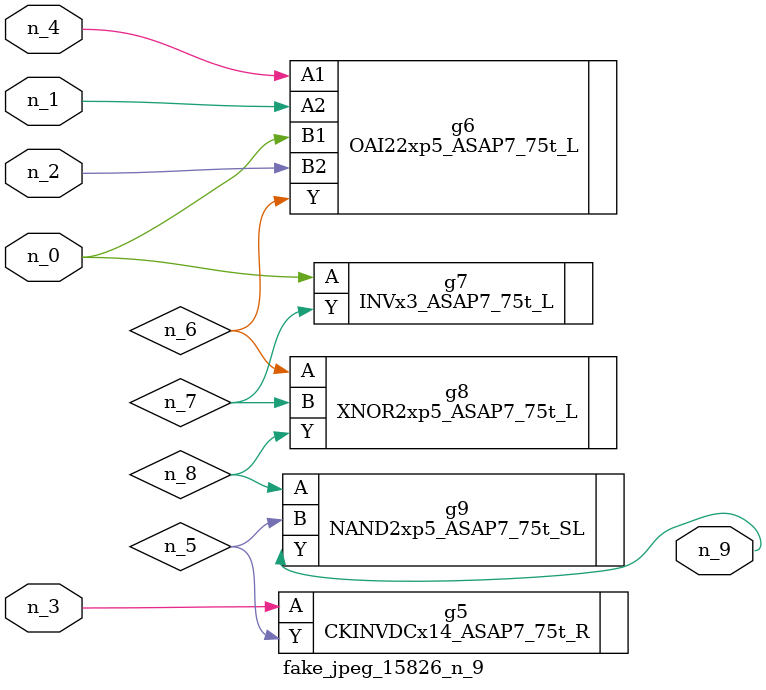
<source format=v>
module fake_jpeg_15826_n_9 (n_3, n_2, n_1, n_0, n_4, n_9);

input n_3;
input n_2;
input n_1;
input n_0;
input n_4;

output n_9;

wire n_8;
wire n_6;
wire n_5;
wire n_7;

CKINVDCx14_ASAP7_75t_R g5 ( 
.A(n_3),
.Y(n_5)
);

OAI22xp5_ASAP7_75t_L g6 ( 
.A1(n_4),
.A2(n_1),
.B1(n_0),
.B2(n_2),
.Y(n_6)
);

INVx3_ASAP7_75t_L g7 ( 
.A(n_0),
.Y(n_7)
);

XNOR2xp5_ASAP7_75t_L g8 ( 
.A(n_6),
.B(n_7),
.Y(n_8)
);

NAND2xp5_ASAP7_75t_SL g9 ( 
.A(n_8),
.B(n_5),
.Y(n_9)
);


endmodule
</source>
